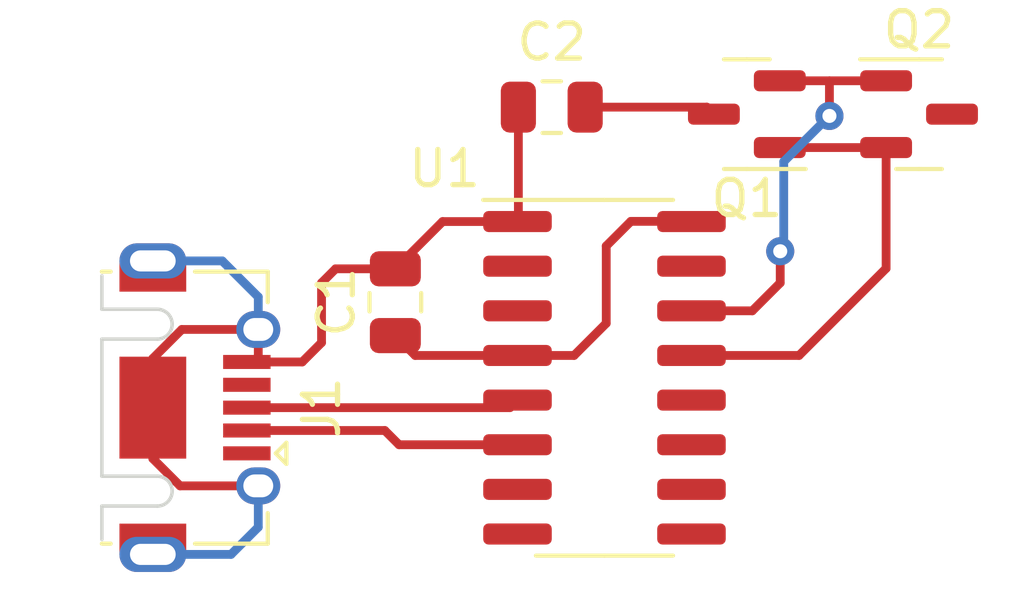
<source format=kicad_pcb>
(kicad_pcb (version 20211014) (generator pcbnew)
  (layers (0 "F.Cu" signal) (31 "B.Cu" signal) (34 "B.Paste" user) (35 "F.Paste" user) (36 "B.SilkS" user "B.Silkscreen") (37 "F.SilkS" user "F.Silkscreen") (38 "B.Mask" user) (39 "F.Mask" user) (44 "Edge.Cuts" user))
  (net 0 "")
  (net 1 "+3V3")
  (net 2 "GND")
  (net 3 "ESP32_EN")
  (net 5 "Net-(U1-Pad5)")
  (net 7 "Net-(U1-Pad6)")
  (net 8 "Net-(U1-Pad13)")
  (net 9 "Net-(U1-Pad14)")
  (net 10 "ESP32_IOO")
  (net 11 "ESP32_RX")
  (net 12 "ESP32_TX")
  (footprint "Package_SO:SOIC-16_3.9x9.9mm_P1.27mm" (layer "F.Cu") (at 50.15 45.95)
    (fp_text reference "U1" (at -4.55 -5.95) (layer "F.SilkS"))
    (fp_text value "CH340C")
    (fp_line (start 0 -5.06) (end -3.45 -5.06) (layer "F.SilkS") (width 0.12))
    (fp_line (start 0 5.06) (end 1.95 5.06) (layer "F.SilkS") (width 0.12))
    (fp_line (start 0 -5.06) (end 1.95 -5.06) (layer "F.SilkS") (width 0.12))
    (fp_line (start 0 5.06) (end -1.95 5.06) (layer "F.SilkS") (width 0.12))
    (pad "1" smd roundrect locked (at -2.475 -4.445) (size 1.95 0.6) (layers "F.Cu" "F.Paste" "F.Mask") (net 2 "GND"))
    (pad "2" smd roundrect locked (at -2.475 -3.175) (size 1.95 0.6) (layers "F.Cu" "F.Paste" "F.Mask") (net 11 "ESP32_RX"))
    (pad "3" smd roundrect locked (at -2.475 -1.905) (size 1.95 0.6) (layers "F.Cu" "F.Paste" "F.Mask") (net 12 "ESP32_TX"))
    (pad "4" smd roundrect locked (at -2.475 -0.635) (size 1.95 0.6) (layers "F.Cu" "F.Paste" "F.Mask") (net 1 "+3V3"))
    (pad "5" smd roundrect locked (at -2.475 0.635) (size 1.95 0.6) (layers "F.Cu" "F.Paste" "F.Mask") (net 5 "Net-(U1-Pad5)"))
    (pad "6" smd roundrect locked (at -2.475 1.905) (size 1.95 0.6) (layers "F.Cu" "F.Paste" "F.Mask") (net 7 "Net-(U1-Pad6)"))
    (pad "7" smd roundrect locked (at -2.475 3.175) (size 1.95 0.6) (layers "F.Cu" "F.Paste" "F.Mask"))
    (pad "8" smd roundrect locked (at -2.475 4.445) (size 1.95 0.6) (layers "F.Cu" "F.Paste" "F.Mask"))
    (pad "9" smd roundrect locked (at 2.475 4.445) (size 1.95 0.6) (layers "F.Cu" "F.Paste" "F.Mask"))
    (pad "10" smd roundrect locked (at 2.475 3.175) (size 1.95 0.6) (layers "F.Cu" "F.Paste" "F.Mask"))
    (pad "11" smd roundrect locked (at 2.475 1.905) (size 1.95 0.6) (layers "F.Cu" "F.Paste" "F.Mask"))
    (pad "12" smd roundrect locked (at 2.475 0.635) (size 1.95 0.6) (layers "F.Cu" "F.Paste" "F.Mask"))
    (pad "13" smd roundrect locked (at 2.475 -0.635) (size 1.95 0.6) (layers "F.Cu" "F.Paste" "F.Mask") (net 8 "Net-(U1-Pad13)"))
    (pad "14" smd roundrect locked (at 2.475 -1.905) (size 1.95 0.6) (layers "F.Cu" "F.Paste" "F.Mask") (net 9 "Net-(U1-Pad14)"))
    (pad "15" smd roundrect locked (at 2.475 -3.175) (size 1.95 0.6) (layers "F.Cu" "F.Paste" "F.Mask"))
    (pad "16" smd roundrect locked (at 2.475 -4.445) (size 1.95 0.6) (layers "F.Cu" "F.Paste" "F.Mask") (net 1 "+3V3"))
  )
  (footprint "Capacitor_SMD:C_0805_2012Metric" (layer "F.Cu") (at 48.65 38.25 180)
    (fp_text reference "C2" (at 0 1.85) (layer "F.SilkS"))
    (fp_text value "1uF" hide)
    (fp_line (start -0.261252 -0.735) (end 0.261252 -0.735) (layer "F.SilkS") (width 0.12))
    (fp_line (start -0.261252 0.735) (end 0.261252 0.735) (layer "F.SilkS") (width 0.12))
    (pad "1" smd roundrect locked (at -0.95 0 180) (size 1 1.45) (layers "F.Cu" "F.Paste" "F.Mask") (net 3 "ESP32_EN"))
    (pad "2" smd roundrect locked (at 0.95 0 180) (size 1 1.45) (layers "F.Cu" "F.Paste" "F.Mask") (net 2 "GND"))
  )
  (footprint "Connector_USB:USB_Micro-AB_Molex_47590-0001" (layer "F.Cu") (at 37.3 46.8 -90)
    (fp_text reference "J1" (at 0 -4.8 90) (layer "F.SilkS"))
    (fp_text value "USB_B_Micro")
    (fp_line (start -3.87 -3.27) (end -3 -3.27) (layer "F.SilkS") (width 0.12))
    (fp_line (start 1.3 -3.5) (end 1.6 -3.8) (layer "F.SilkS") (width 0.12))
    (fp_line (start 3 -3.27) (end 3.87 -3.27) (layer "F.SilkS") (width 0.12))
    (fp_line (start -3.87 1.2) (end -3.87 1.45) (layer "F.SilkS") (width 0.12))
    (fp_line (start 1 -3.8) (end 1.6 -3.8) (layer "F.SilkS") (width 0.12))
    (fp_line (start -3.87 -3.27) (end -3.87 -1.2) (layer "F.SilkS") (width 0.12))
    (fp_line (start 3.87 -3.27) (end 3.87 -1.2) (layer "F.SilkS") (width 0.12))
    (fp_line (start 3.87 1.2) (end 3.87 1.45) (layer "F.SilkS") (width 0.12))
    (fp_line (start 1.3 -3.5) (end 1 -3.8) (layer "F.SilkS") (width 0.12))
    (fp_line (start 2.8 -0.125) (end 2.8 1.45) (layer "Edge.Cuts") (width 0.1))
    (fp_line (start -1.95 -0.125) (end -1.95 1.45) (layer "Edge.Cuts") (width 0.1))
    (fp_line (start -2.8 -0.125) (end -2.8 1.45) (layer "Edge.Cuts") (width 0.1))
    (fp_line (start -1.95 1.45) (end 1.95 1.45) (layer "Edge.Cuts") (width 0.1))
    (fp_line (start 1.95 -0.125) (end 1.95 1.45) (layer "Edge.Cuts") (width 0.1))
    (fp_line (start -3.75 1.45) (end -2.8 1.45) (layer "Edge.Cuts") (width 0.1))
    (fp_line (start 2.8 1.45) (end 3.75 1.45) (layer "Edge.Cuts") (width 0.1))
    (fp_arc (start 1.95 -0.125) (mid 2.375 -0.55) (end 2.8 -0.125) (layer "Edge.Cuts") (width 0.1))
    (fp_arc (start -2.8 -0.125) (mid -2.375 -0.55) (end -1.95 -0.125) (layer "Edge.Cuts") (width 0.1))
    (pad "1" smd rect locked (at 1.3 -2.675 270) (size 0.4 1.35) (layers "F.Cu" "F.Paste" "F.Mask"))
    (pad "2" smd rect locked (at 0.65 -2.675 270) (size 0.4 1.35) (layers "F.Cu" "F.Paste" "F.Mask") (net 7 "Net-(U1-Pad6)"))
    (pad "3" smd rect locked (at 0 -2.675 270) (size 0.4 1.35) (layers "F.Cu" "F.Paste" "F.Mask") (net 5 "Net-(U1-Pad5)"))
    (pad "4" smd rect locked (at -0.65 -2.675 270) (size 0.4 1.35) (layers "F.Cu" "F.Paste" "F.Mask"))
    (pad "5" smd rect locked (at -1.3 -2.675 270) (size 0.4 1.35) (layers "F.Cu" "F.Paste" "F.Mask") (net 2 "GND"))
    (pad "6" thru_hole oval locked (at 2.225 -3 270) (size 1.05 1.25) (drill oval 0.65 0.85) (layers *.Cu *.Mask) (net 2 "GND"))
    (pad "6" thru_hole oval locked (at 4.175 0 270) (size 1 1.9) (drill oval 0.6 1.3) (layers *.Cu *.Mask) (net 2 "GND"))
    (pad "6" smd rect locked (at 3.7375 0 270) (size 0.875 1.9) (layers "F.Cu" "F.Mask") (net 2 "GND"))
    (pad "6" smd rect locked (at -3.7375 0 270) (size 0.875 1.9) (layers "F.Cu" "F.Mask") (net 2 "GND"))
    (pad "6" smd rect locked (at 0 0 270) (size 2.9 1.9) (layers "F.Cu" "F.Paste" "F.Mask") (net 2 "GND"))
    (pad "6" thru_hole oval locked (at -4.175 0 270) (size 1 1.9) (drill oval 0.6 1.3) (layers *.Cu *.Mask) (net 2 "GND"))
    (pad "6" thru_hole oval locked (at -2.225 -3 270) (size 1.05 1.25) (drill oval 0.65 0.85) (layers *.Cu *.Mask) (net 2 "GND"))
  )
  (footprint "Package_TO_SOT_SMD:SOT-23" (layer "F.Cu") (at 59.1 38.45)
    (fp_text reference "Q2" (at 0 -2.4) (layer "F.SilkS"))
    (fp_text value "BSS138")
    (fp_line (start 0 -1.56) (end 0.65 -1.56) (layer "F.SilkS") (width 0.12))
    (fp_line (start 0 -1.56) (end -1.675 -1.56) (layer "F.SilkS") (width 0.12))
    (fp_line (start 0 1.56) (end 0.65 1.56) (layer "F.SilkS") (width 0.12))
    (fp_line (start 0 1.56) (end -0.65 1.56) (layer "F.SilkS") (width 0.12))
    (pad "1" smd roundrect locked (at -0.9375 -0.95) (size 1.475 0.6) (layers "F.Cu" "F.Paste" "F.Mask") (net 9 "Net-(U1-Pad14)"))
    (pad "2" smd roundrect locked (at -0.9375 0.95) (size 1.475 0.6) (layers "F.Cu" "F.Paste" "F.Mask") (net 8 "Net-(U1-Pad13)"))
    (pad "3" smd roundrect locked (at 0.9375 0) (size 1.475 0.6) (layers "F.Cu" "F.Paste" "F.Mask") (net 10 "ESP32_IOO"))
  )
  (footprint "Capacitor_SMD:C_0805_2012Metric" (layer "F.Cu") (at 44.2 43.8 90)
    (fp_text reference "C1" (at 0 -1.68 90) (layer "F.SilkS"))
    (fp_text value "100nF" hide)
    (fp_line (start -0.261252 -0.735) (end 0.261252 -0.735) (layer "F.SilkS") (width 0.12))
    (fp_line (start -0.261252 0.735) (end 0.261252 0.735) (layer "F.SilkS") (width 0.12))
    (pad "1" smd roundrect locked (at -0.95 0 90) (size 1 1.45) (layers "F.Cu" "F.Paste" "F.Mask") (net 1 "+3V3"))
    (pad "2" smd roundrect locked (at 0.95 0 90) (size 1 1.45) (layers "F.Cu" "F.Paste" "F.Mask") (net 2 "GND"))
  )
  (footprint "Package_TO_SOT_SMD:SOT-23" (layer "F.Cu") (at 54.2 38.45 180)
    (fp_text reference "Q1" (at 0 -2.4) (layer "F.SilkS"))
    (fp_text value "BSS138")
    (fp_line (start 0 -1.56) (end 0.65 -1.56) (layer "F.SilkS") (width 0.12))
    (fp_line (start 0 -1.56) (end -1.675 -1.56) (layer "F.SilkS") (width 0.12))
    (fp_line (start 0 1.56) (end -0.65 1.56) (layer "F.SilkS") (width 0.12))
    (fp_line (start 0 1.56) (end 0.65 1.56) (layer "F.SilkS") (width 0.12))
    (pad "1" smd roundrect locked (at -0.9375 -0.95 180) (size 1.475 0.6) (layers "F.Cu" "F.Paste" "F.Mask") (net 8 "Net-(U1-Pad13)"))
    (pad "2" smd roundrect locked (at -0.9375 0.95 180) (size 1.475 0.6) (layers "F.Cu" "F.Paste" "F.Mask") (net 9 "Net-(U1-Pad14)"))
    (pad "3" smd roundrect locked (at 0.9375 0 180) (size 1.475 0.6) (layers "F.Cu" "F.Paste" "F.Mask") (net 3 "ESP32_EN"))
  )
  (segment (start 44.765 45.315) (end 47.675 45.315) (width 0.25) (layer "F.Cu") (net 1))
  (segment (start 49.285 45.315) (end 50.2 44.4) (width 0.25) (layer "F.Cu") (net 1))
  (segment (start 47.675 45.315) (end 49.285 45.315) (width 0.25) (layer "F.Cu") (net 1))
  (segment (start 50.2 44.4) (end 50.2 42.2) (width 0.25) (layer "F.Cu") (net 1))
  (segment (start 50.9 41.5) (end 52.62 41.5) (width 0.25) (layer "F.Cu") (net 1))
  (segment (start 52.62 41.5) (end 52.625 41.505) (width 0.25) (layer "F.Cu") (net 1))
  (segment (start 44.2 44.75) (end 44.765 45.315) (width 0.25) (layer "F.Cu") (net 1))
  (segment (start 50.2 42.2) (end 50.9 41.5) (width 0.25) (layer "F.Cu") (net 1))
  (segment (start 37.3 46.8) (end 37.3 45.4) (width 0.25) (layer "F.Cu") (net 2))
  (segment (start 37.3 45.4) (end 38.125 44.575) (width 0.25) (layer "F.Cu") (net 2))
  (segment (start 38.125 44.575) (end 40.3 44.575) (width 0.25) (layer "F.Cu") (net 2))
  (segment (start 42.1 44.95) (end 41.55 45.5) (width 0.25) (layer "F.Cu") (net 2))
  (segment (start 41.55 45.5) (end 39.975 45.5) (width 0.25) (layer "F.Cu") (net 2))
  (segment (start 39.975 45.5) (end 40.15 45.5) (width 0.25) (layer "F.Cu") (net 2))
  (segment (start 45.545 41.505) (end 47.675 41.505) (width 0.25) (layer "F.Cu") (net 2))
  (segment (start 44.2 42.85) (end 42.5 42.85) (width 0.25) (layer "F.Cu") (net 2))
  (segment (start 42.1 43.25) (end 42.1 44.95) (width 0.25) (layer "F.Cu") (net 2))
  (segment (start 40.15 45.5) (end 40.3 45.35) (width 0.25) (layer "F.Cu") (net 2))
  (segment (start 44.2 42.85) (end 45.545 41.505) (width 0.25) (layer "F.Cu") (net 2))
  (segment (start 47.7 38.25) (end 47.7 41.48) (width 0.25) (layer "F.Cu") (net 2))
  (segment (start 47.7 41.48) (end 47.675 41.505) (width 0.25) (layer "F.Cu") (net 2))
  (segment (start 38.075 49.025) (end 40.3 49.025) (width 0.25) (layer "F.Cu") (net 2))
  (segment (start 42.5 42.85) (end 42.1 43.25) (width 0.25) (layer "F.Cu") (net 2))
  (segment (start 37.3 46.8) (end 37.3 48.25) (width 0.25) (layer "F.Cu") (net 2))
  (segment (start 40.3 45.35) (end 40.3 44.575) (width 0.25) (layer "F.Cu") (net 2))
  (segment (start 37.3 48.25) (end 38.075 49.025) (width 0.25) (layer "F.Cu") (net 2))
  (segment (start 40.3 43.65) (end 39.275 42.625) (width 0.25) (layer "B.Cu") (net 2))
  (segment (start 39.275 42.625) (end 37.3 42.625) (width 0.25) (layer "B.Cu") (net 2))
  (segment (start 40.3 50.2) (end 39.525 50.975) (width 0.25) (layer "B.Cu") (net 2))
  (segment (start 40.3 49.025) (end 40.3 50.2) (width 0.25) (layer "B.Cu") (net 2))
  (segment (start 39.525 50.975) (end 37.3 50.975) (width 0.25) (layer "B.Cu") (net 2))
  (segment (start 40.3 44.575) (end 40.3 43.65) (width 0.25) (layer "B.Cu") (net 2))
  (segment (start 53.0625 38.25) (end 53.2625 38.45) (width 0.25) (layer "F.Cu") (net 3))
  (segment (start 49.6 38.25) (end 53.0625 38.25) (width 0.25) (layer "F.Cu") (net 3))
  (segment (start 47.46 46.8) (end 47.675 46.585) (width 0.25) (layer "F.Cu") (net 5))
  (segment (start 39.975 46.8) (end 47.46 46.8) (width 0.25) (layer "F.Cu") (net 5))
  (segment (start 43.9 47.45) (end 39.975 47.45) (width 0.25) (layer "F.Cu") (net 7))
  (segment (start 47.675 47.855) (end 44.305 47.855) (width 0.25) (layer "F.Cu") (net 7))
  (segment (start 44.305 47.855) (end 43.9 47.45) (width 0.25) (layer "F.Cu") (net 7))
  (segment (start 58.1625 39.4) (end 58.1625 42.8375) (width 0.25) (layer "F.Cu") (net 8))
  (segment (start 58.1625 39.4) (end 55.1375 39.4) (width 0.25) (layer "F.Cu") (net 8))
  (segment (start 55.685 45.315) (end 52.625 45.315) (width 0.25) (layer "F.Cu") (net 8))
  (segment (start 58.1625 42.8375) (end 55.685 45.315) (width 0.25) (layer "F.Cu") (net 8))
  (segment (start 55.15 43.25) (end 54.355 44.045) (width 0.25) (layer "F.Cu") (net 9))
  (segment (start 56.55 37.5) (end 56.55 38.5) (width 0.25) (layer "F.Cu") (net 9))
  (segment (start 55.1375 37.5) (end 56.55 37.5) (width 0.25) (layer "F.Cu") (net 9))
  (segment (start 54.355 44.045) (end 52.625 44.045) (width 0.25) (layer "F.Cu") (net 9))
  (segment (start 55.15 42.35) (end 55.15 43.25) (width 0.25) (layer "F.Cu") (net 9))
  (segment (start 56.55 37.5) (end 58.1625 37.5) (width 0.25) (layer "F.Cu") (net 9))
  (via (at 55.15 42.35) (size 0.8) (drill 0.4) (layers "F.Cu" "B.Cu") (net 9))
  (via (at 56.55 38.5) (size 0.8) (drill 0.4) (layers "F.Cu" "B.Cu") (net 9))
  (segment (start 56.55 38.5) (end 55.25 39.8) (width 0.25) (layer "B.Cu") (net 9))
  (segment (start 55.25 42.25) (end 55.15 42.35) (width 0.25) (layer "B.Cu") (net 9))
  (segment (start 55.25 42.15) (end 55.25 42.25) (width 0.25) (layer "B.Cu") (net 9))
  (segment (start 55.25 39.8) (end 55.25 42.15) (width 0.25) (layer "B.Cu") (net 9))
)
</source>
